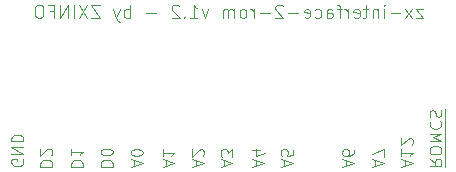
<source format=gbr>
%TF.GenerationSoftware,KiCad,Pcbnew,8.0.2*%
%TF.CreationDate,2024-05-18T22:44:16+02:00*%
%TF.ProjectId,zx-interface-2-rom,7a782d69-6e74-4657-9266-6163652d322d,rev?*%
%TF.SameCoordinates,Original*%
%TF.FileFunction,Legend,Bot*%
%TF.FilePolarity,Positive*%
%FSLAX46Y46*%
G04 Gerber Fmt 4.6, Leading zero omitted, Abs format (unit mm)*
G04 Created by KiCad (PCBNEW 8.0.2) date 2024-05-18 22:44:16*
%MOMM*%
%LPD*%
G01*
G04 APERTURE LIST*
%ADD10C,0.100000*%
G04 APERTURE END LIST*
D10*
X120187068Y-72946847D02*
X119610877Y-72946847D01*
X119610877Y-72946847D02*
X120187068Y-73680180D01*
X120187068Y-73680180D02*
X119610877Y-73680180D01*
X119296592Y-73680180D02*
X118720401Y-72946847D01*
X119296592Y-72946847D02*
X118720401Y-73680180D01*
X118301354Y-73261133D02*
X117463259Y-73261133D01*
X116939449Y-73680180D02*
X116939449Y-72946847D01*
X116939449Y-72580180D02*
X116991830Y-72632561D01*
X116991830Y-72632561D02*
X116939449Y-72684942D01*
X116939449Y-72684942D02*
X116887068Y-72632561D01*
X116887068Y-72632561D02*
X116939449Y-72580180D01*
X116939449Y-72580180D02*
X116939449Y-72684942D01*
X116415639Y-72946847D02*
X116415639Y-73680180D01*
X116415639Y-73051609D02*
X116363258Y-72999228D01*
X116363258Y-72999228D02*
X116258496Y-72946847D01*
X116258496Y-72946847D02*
X116101353Y-72946847D01*
X116101353Y-72946847D02*
X115996591Y-72999228D01*
X115996591Y-72999228D02*
X115944210Y-73103990D01*
X115944210Y-73103990D02*
X115944210Y-73680180D01*
X115577544Y-72946847D02*
X115158496Y-72946847D01*
X115420401Y-72580180D02*
X115420401Y-73523038D01*
X115420401Y-73523038D02*
X115368020Y-73627800D01*
X115368020Y-73627800D02*
X115263258Y-73680180D01*
X115263258Y-73680180D02*
X115158496Y-73680180D01*
X114372782Y-73627800D02*
X114477544Y-73680180D01*
X114477544Y-73680180D02*
X114687068Y-73680180D01*
X114687068Y-73680180D02*
X114791830Y-73627800D01*
X114791830Y-73627800D02*
X114844211Y-73523038D01*
X114844211Y-73523038D02*
X114844211Y-73103990D01*
X114844211Y-73103990D02*
X114791830Y-72999228D01*
X114791830Y-72999228D02*
X114687068Y-72946847D01*
X114687068Y-72946847D02*
X114477544Y-72946847D01*
X114477544Y-72946847D02*
X114372782Y-72999228D01*
X114372782Y-72999228D02*
X114320401Y-73103990D01*
X114320401Y-73103990D02*
X114320401Y-73208752D01*
X114320401Y-73208752D02*
X114844211Y-73313514D01*
X113848973Y-73680180D02*
X113848973Y-72946847D01*
X113848973Y-73156371D02*
X113796592Y-73051609D01*
X113796592Y-73051609D02*
X113744211Y-72999228D01*
X113744211Y-72999228D02*
X113639449Y-72946847D01*
X113639449Y-72946847D02*
X113534687Y-72946847D01*
X113325164Y-72946847D02*
X112906116Y-72946847D01*
X113168021Y-73680180D02*
X113168021Y-72737323D01*
X113168021Y-72737323D02*
X113115640Y-72632561D01*
X113115640Y-72632561D02*
X113010878Y-72580180D01*
X113010878Y-72580180D02*
X112906116Y-72580180D01*
X112068021Y-73680180D02*
X112068021Y-73103990D01*
X112068021Y-73103990D02*
X112120402Y-72999228D01*
X112120402Y-72999228D02*
X112225164Y-72946847D01*
X112225164Y-72946847D02*
X112434688Y-72946847D01*
X112434688Y-72946847D02*
X112539450Y-72999228D01*
X112068021Y-73627800D02*
X112172783Y-73680180D01*
X112172783Y-73680180D02*
X112434688Y-73680180D01*
X112434688Y-73680180D02*
X112539450Y-73627800D01*
X112539450Y-73627800D02*
X112591831Y-73523038D01*
X112591831Y-73523038D02*
X112591831Y-73418276D01*
X112591831Y-73418276D02*
X112539450Y-73313514D01*
X112539450Y-73313514D02*
X112434688Y-73261133D01*
X112434688Y-73261133D02*
X112172783Y-73261133D01*
X112172783Y-73261133D02*
X112068021Y-73208752D01*
X111072783Y-73627800D02*
X111177545Y-73680180D01*
X111177545Y-73680180D02*
X111387069Y-73680180D01*
X111387069Y-73680180D02*
X111491831Y-73627800D01*
X111491831Y-73627800D02*
X111544212Y-73575419D01*
X111544212Y-73575419D02*
X111596593Y-73470657D01*
X111596593Y-73470657D02*
X111596593Y-73156371D01*
X111596593Y-73156371D02*
X111544212Y-73051609D01*
X111544212Y-73051609D02*
X111491831Y-72999228D01*
X111491831Y-72999228D02*
X111387069Y-72946847D01*
X111387069Y-72946847D02*
X111177545Y-72946847D01*
X111177545Y-72946847D02*
X111072783Y-72999228D01*
X110182307Y-73627800D02*
X110287069Y-73680180D01*
X110287069Y-73680180D02*
X110496593Y-73680180D01*
X110496593Y-73680180D02*
X110601355Y-73627800D01*
X110601355Y-73627800D02*
X110653736Y-73523038D01*
X110653736Y-73523038D02*
X110653736Y-73103990D01*
X110653736Y-73103990D02*
X110601355Y-72999228D01*
X110601355Y-72999228D02*
X110496593Y-72946847D01*
X110496593Y-72946847D02*
X110287069Y-72946847D01*
X110287069Y-72946847D02*
X110182307Y-72999228D01*
X110182307Y-72999228D02*
X110129926Y-73103990D01*
X110129926Y-73103990D02*
X110129926Y-73208752D01*
X110129926Y-73208752D02*
X110653736Y-73313514D01*
X109658498Y-73261133D02*
X108820403Y-73261133D01*
X108348974Y-72684942D02*
X108296593Y-72632561D01*
X108296593Y-72632561D02*
X108191831Y-72580180D01*
X108191831Y-72580180D02*
X107929926Y-72580180D01*
X107929926Y-72580180D02*
X107825164Y-72632561D01*
X107825164Y-72632561D02*
X107772783Y-72684942D01*
X107772783Y-72684942D02*
X107720402Y-72789704D01*
X107720402Y-72789704D02*
X107720402Y-72894466D01*
X107720402Y-72894466D02*
X107772783Y-73051609D01*
X107772783Y-73051609D02*
X108401355Y-73680180D01*
X108401355Y-73680180D02*
X107720402Y-73680180D01*
X107248974Y-73261133D02*
X106410879Y-73261133D01*
X105887069Y-73680180D02*
X105887069Y-72946847D01*
X105887069Y-73156371D02*
X105834688Y-73051609D01*
X105834688Y-73051609D02*
X105782307Y-72999228D01*
X105782307Y-72999228D02*
X105677545Y-72946847D01*
X105677545Y-72946847D02*
X105572783Y-72946847D01*
X105048974Y-73680180D02*
X105153736Y-73627800D01*
X105153736Y-73627800D02*
X105206117Y-73575419D01*
X105206117Y-73575419D02*
X105258498Y-73470657D01*
X105258498Y-73470657D02*
X105258498Y-73156371D01*
X105258498Y-73156371D02*
X105206117Y-73051609D01*
X105206117Y-73051609D02*
X105153736Y-72999228D01*
X105153736Y-72999228D02*
X105048974Y-72946847D01*
X105048974Y-72946847D02*
X104891831Y-72946847D01*
X104891831Y-72946847D02*
X104787069Y-72999228D01*
X104787069Y-72999228D02*
X104734688Y-73051609D01*
X104734688Y-73051609D02*
X104682307Y-73156371D01*
X104682307Y-73156371D02*
X104682307Y-73470657D01*
X104682307Y-73470657D02*
X104734688Y-73575419D01*
X104734688Y-73575419D02*
X104787069Y-73627800D01*
X104787069Y-73627800D02*
X104891831Y-73680180D01*
X104891831Y-73680180D02*
X105048974Y-73680180D01*
X104210879Y-73680180D02*
X104210879Y-72946847D01*
X104210879Y-73051609D02*
X104158498Y-72999228D01*
X104158498Y-72999228D02*
X104053736Y-72946847D01*
X104053736Y-72946847D02*
X103896593Y-72946847D01*
X103896593Y-72946847D02*
X103791831Y-72999228D01*
X103791831Y-72999228D02*
X103739450Y-73103990D01*
X103739450Y-73103990D02*
X103739450Y-73680180D01*
X103739450Y-73103990D02*
X103687069Y-72999228D01*
X103687069Y-72999228D02*
X103582307Y-72946847D01*
X103582307Y-72946847D02*
X103425164Y-72946847D01*
X103425164Y-72946847D02*
X103320403Y-72999228D01*
X103320403Y-72999228D02*
X103268022Y-73103990D01*
X103268022Y-73103990D02*
X103268022Y-73680180D01*
X102010879Y-72946847D02*
X101748974Y-73680180D01*
X101748974Y-73680180D02*
X101487069Y-72946847D01*
X100491831Y-73680180D02*
X101120403Y-73680180D01*
X100806117Y-73680180D02*
X100806117Y-72580180D01*
X100806117Y-72580180D02*
X100910879Y-72737323D01*
X100910879Y-72737323D02*
X101015641Y-72842085D01*
X101015641Y-72842085D02*
X101120403Y-72894466D01*
X100020403Y-73575419D02*
X99968022Y-73627800D01*
X99968022Y-73627800D02*
X100020403Y-73680180D01*
X100020403Y-73680180D02*
X100072784Y-73627800D01*
X100072784Y-73627800D02*
X100020403Y-73575419D01*
X100020403Y-73575419D02*
X100020403Y-73680180D01*
X99548974Y-72684942D02*
X99496593Y-72632561D01*
X99496593Y-72632561D02*
X99391831Y-72580180D01*
X99391831Y-72580180D02*
X99129926Y-72580180D01*
X99129926Y-72580180D02*
X99025164Y-72632561D01*
X99025164Y-72632561D02*
X98972783Y-72684942D01*
X98972783Y-72684942D02*
X98920402Y-72789704D01*
X98920402Y-72789704D02*
X98920402Y-72894466D01*
X98920402Y-72894466D02*
X98972783Y-73051609D01*
X98972783Y-73051609D02*
X99601355Y-73680180D01*
X99601355Y-73680180D02*
X98920402Y-73680180D01*
X97610879Y-73261133D02*
X96772784Y-73261133D01*
X95410879Y-73680180D02*
X95410879Y-72580180D01*
X95410879Y-72999228D02*
X95306117Y-72946847D01*
X95306117Y-72946847D02*
X95096593Y-72946847D01*
X95096593Y-72946847D02*
X94991831Y-72999228D01*
X94991831Y-72999228D02*
X94939450Y-73051609D01*
X94939450Y-73051609D02*
X94887069Y-73156371D01*
X94887069Y-73156371D02*
X94887069Y-73470657D01*
X94887069Y-73470657D02*
X94939450Y-73575419D01*
X94939450Y-73575419D02*
X94991831Y-73627800D01*
X94991831Y-73627800D02*
X95096593Y-73680180D01*
X95096593Y-73680180D02*
X95306117Y-73680180D01*
X95306117Y-73680180D02*
X95410879Y-73627800D01*
X94520403Y-72946847D02*
X94258498Y-73680180D01*
X93996593Y-72946847D02*
X94258498Y-73680180D01*
X94258498Y-73680180D02*
X94363260Y-73942085D01*
X94363260Y-73942085D02*
X94415641Y-73994466D01*
X94415641Y-73994466D02*
X94520403Y-74046847D01*
X92844213Y-72580180D02*
X92110879Y-72580180D01*
X92110879Y-72580180D02*
X92844213Y-73680180D01*
X92844213Y-73680180D02*
X92110879Y-73680180D01*
X91796594Y-72580180D02*
X91063260Y-73680180D01*
X91063260Y-72580180D02*
X91796594Y-73680180D01*
X90644213Y-73680180D02*
X90644213Y-72580180D01*
X90120403Y-73680180D02*
X90120403Y-72580180D01*
X90120403Y-72580180D02*
X89491831Y-73680180D01*
X89491831Y-73680180D02*
X89491831Y-72580180D01*
X88601355Y-73103990D02*
X88968022Y-73103990D01*
X88968022Y-73680180D02*
X88968022Y-72580180D01*
X88968022Y-72580180D02*
X88444212Y-72580180D01*
X87815641Y-72580180D02*
X87606117Y-72580180D01*
X87606117Y-72580180D02*
X87501355Y-72632561D01*
X87501355Y-72632561D02*
X87396593Y-72737323D01*
X87396593Y-72737323D02*
X87344212Y-72946847D01*
X87344212Y-72946847D02*
X87344212Y-73313514D01*
X87344212Y-73313514D02*
X87396593Y-73523038D01*
X87396593Y-73523038D02*
X87501355Y-73627800D01*
X87501355Y-73627800D02*
X87606117Y-73680180D01*
X87606117Y-73680180D02*
X87815641Y-73680180D01*
X87815641Y-73680180D02*
X87920403Y-73627800D01*
X87920403Y-73627800D02*
X88025165Y-73523038D01*
X88025165Y-73523038D02*
X88077546Y-73313514D01*
X88077546Y-73313514D02*
X88077546Y-72946847D01*
X88077546Y-72946847D02*
X88025165Y-72737323D01*
X88025165Y-72737323D02*
X87920403Y-72632561D01*
X87920403Y-72632561D02*
X87815641Y-72580180D01*
X118655295Y-86247734D02*
X118655295Y-85771544D01*
X118369580Y-86342972D02*
X119369580Y-86009639D01*
X119369580Y-86009639D02*
X118369580Y-85676306D01*
X118369580Y-84819163D02*
X118369580Y-85390591D01*
X118369580Y-85104877D02*
X119369580Y-85104877D01*
X119369580Y-85104877D02*
X119226723Y-85200115D01*
X119226723Y-85200115D02*
X119131485Y-85295353D01*
X119131485Y-85295353D02*
X119083866Y-85390591D01*
X119274342Y-84438210D02*
X119321961Y-84390591D01*
X119321961Y-84390591D02*
X119369580Y-84295353D01*
X119369580Y-84295353D02*
X119369580Y-84057258D01*
X119369580Y-84057258D02*
X119321961Y-83962020D01*
X119321961Y-83962020D02*
X119274342Y-83914401D01*
X119274342Y-83914401D02*
X119179104Y-83866782D01*
X119179104Y-83866782D02*
X119083866Y-83866782D01*
X119083866Y-83866782D02*
X118941009Y-83914401D01*
X118941009Y-83914401D02*
X118369580Y-84485829D01*
X118369580Y-84485829D02*
X118369580Y-83866782D01*
X86321961Y-85676306D02*
X86369580Y-85771544D01*
X86369580Y-85771544D02*
X86369580Y-85914401D01*
X86369580Y-85914401D02*
X86321961Y-86057258D01*
X86321961Y-86057258D02*
X86226723Y-86152496D01*
X86226723Y-86152496D02*
X86131485Y-86200115D01*
X86131485Y-86200115D02*
X85941009Y-86247734D01*
X85941009Y-86247734D02*
X85798152Y-86247734D01*
X85798152Y-86247734D02*
X85607676Y-86200115D01*
X85607676Y-86200115D02*
X85512438Y-86152496D01*
X85512438Y-86152496D02*
X85417200Y-86057258D01*
X85417200Y-86057258D02*
X85369580Y-85914401D01*
X85369580Y-85914401D02*
X85369580Y-85819163D01*
X85369580Y-85819163D02*
X85417200Y-85676306D01*
X85417200Y-85676306D02*
X85464819Y-85628687D01*
X85464819Y-85628687D02*
X85798152Y-85628687D01*
X85798152Y-85628687D02*
X85798152Y-85819163D01*
X85369580Y-85200115D02*
X86369580Y-85200115D01*
X86369580Y-85200115D02*
X85369580Y-84628687D01*
X85369580Y-84628687D02*
X86369580Y-84628687D01*
X85369580Y-84152496D02*
X86369580Y-84152496D01*
X86369580Y-84152496D02*
X86369580Y-83914401D01*
X86369580Y-83914401D02*
X86321961Y-83771544D01*
X86321961Y-83771544D02*
X86226723Y-83676306D01*
X86226723Y-83676306D02*
X86131485Y-83628687D01*
X86131485Y-83628687D02*
X85941009Y-83581068D01*
X85941009Y-83581068D02*
X85798152Y-83581068D01*
X85798152Y-83581068D02*
X85607676Y-83628687D01*
X85607676Y-83628687D02*
X85512438Y-83676306D01*
X85512438Y-83676306D02*
X85417200Y-83771544D01*
X85417200Y-83771544D02*
X85369580Y-83914401D01*
X85369580Y-83914401D02*
X85369580Y-84152496D01*
X98455295Y-86247734D02*
X98455295Y-85771544D01*
X98169580Y-86342972D02*
X99169580Y-86009639D01*
X99169580Y-86009639D02*
X98169580Y-85676306D01*
X98169580Y-84819163D02*
X98169580Y-85390591D01*
X98169580Y-85104877D02*
X99169580Y-85104877D01*
X99169580Y-85104877D02*
X99026723Y-85200115D01*
X99026723Y-85200115D02*
X98931485Y-85295353D01*
X98931485Y-85295353D02*
X98883866Y-85390591D01*
X108455295Y-86247734D02*
X108455295Y-85771544D01*
X108169580Y-86342972D02*
X109169580Y-86009639D01*
X109169580Y-86009639D02*
X108169580Y-85676306D01*
X109169580Y-84866782D02*
X109169580Y-85342972D01*
X109169580Y-85342972D02*
X108693390Y-85390591D01*
X108693390Y-85390591D02*
X108741009Y-85342972D01*
X108741009Y-85342972D02*
X108788628Y-85247734D01*
X108788628Y-85247734D02*
X108788628Y-85009639D01*
X108788628Y-85009639D02*
X108741009Y-84914401D01*
X108741009Y-84914401D02*
X108693390Y-84866782D01*
X108693390Y-84866782D02*
X108598152Y-84819163D01*
X108598152Y-84819163D02*
X108360057Y-84819163D01*
X108360057Y-84819163D02*
X108264819Y-84866782D01*
X108264819Y-84866782D02*
X108217200Y-84914401D01*
X108217200Y-84914401D02*
X108169580Y-85009639D01*
X108169580Y-85009639D02*
X108169580Y-85247734D01*
X108169580Y-85247734D02*
X108217200Y-85342972D01*
X108217200Y-85342972D02*
X108264819Y-85390591D01*
X116155295Y-86247734D02*
X116155295Y-85771544D01*
X115869580Y-86342972D02*
X116869580Y-86009639D01*
X116869580Y-86009639D02*
X115869580Y-85676306D01*
X116869580Y-85438210D02*
X116869580Y-84771544D01*
X116869580Y-84771544D02*
X115869580Y-85200115D01*
X90427580Y-86276115D02*
X91427580Y-86276115D01*
X91427580Y-86276115D02*
X91427580Y-86038020D01*
X91427580Y-86038020D02*
X91379961Y-85895163D01*
X91379961Y-85895163D02*
X91284723Y-85799925D01*
X91284723Y-85799925D02*
X91189485Y-85752306D01*
X91189485Y-85752306D02*
X90999009Y-85704687D01*
X90999009Y-85704687D02*
X90856152Y-85704687D01*
X90856152Y-85704687D02*
X90665676Y-85752306D01*
X90665676Y-85752306D02*
X90570438Y-85799925D01*
X90570438Y-85799925D02*
X90475200Y-85895163D01*
X90475200Y-85895163D02*
X90427580Y-86038020D01*
X90427580Y-86038020D02*
X90427580Y-86276115D01*
X90427580Y-84752306D02*
X90427580Y-85323734D01*
X90427580Y-85038020D02*
X91427580Y-85038020D01*
X91427580Y-85038020D02*
X91284723Y-85133258D01*
X91284723Y-85133258D02*
X91189485Y-85228496D01*
X91189485Y-85228496D02*
X91141866Y-85323734D01*
X120769580Y-85628687D02*
X121245771Y-85962020D01*
X120769580Y-86200115D02*
X121769580Y-86200115D01*
X121769580Y-86200115D02*
X121769580Y-85819163D01*
X121769580Y-85819163D02*
X121721961Y-85723925D01*
X121721961Y-85723925D02*
X121674342Y-85676306D01*
X121674342Y-85676306D02*
X121579104Y-85628687D01*
X121579104Y-85628687D02*
X121436247Y-85628687D01*
X121436247Y-85628687D02*
X121341009Y-85676306D01*
X121341009Y-85676306D02*
X121293390Y-85723925D01*
X121293390Y-85723925D02*
X121245771Y-85819163D01*
X121245771Y-85819163D02*
X121245771Y-86200115D01*
X121769580Y-85009639D02*
X121769580Y-84819163D01*
X121769580Y-84819163D02*
X121721961Y-84723925D01*
X121721961Y-84723925D02*
X121626723Y-84628687D01*
X121626723Y-84628687D02*
X121436247Y-84581068D01*
X121436247Y-84581068D02*
X121102914Y-84581068D01*
X121102914Y-84581068D02*
X120912438Y-84628687D01*
X120912438Y-84628687D02*
X120817200Y-84723925D01*
X120817200Y-84723925D02*
X120769580Y-84819163D01*
X120769580Y-84819163D02*
X120769580Y-85009639D01*
X120769580Y-85009639D02*
X120817200Y-85104877D01*
X120817200Y-85104877D02*
X120912438Y-85200115D01*
X120912438Y-85200115D02*
X121102914Y-85247734D01*
X121102914Y-85247734D02*
X121436247Y-85247734D01*
X121436247Y-85247734D02*
X121626723Y-85200115D01*
X121626723Y-85200115D02*
X121721961Y-85104877D01*
X121721961Y-85104877D02*
X121769580Y-85009639D01*
X120769580Y-84152496D02*
X121769580Y-84152496D01*
X121769580Y-84152496D02*
X121055295Y-83819163D01*
X121055295Y-83819163D02*
X121769580Y-83485830D01*
X121769580Y-83485830D02*
X120769580Y-83485830D01*
X120864819Y-82438211D02*
X120817200Y-82485830D01*
X120817200Y-82485830D02*
X120769580Y-82628687D01*
X120769580Y-82628687D02*
X120769580Y-82723925D01*
X120769580Y-82723925D02*
X120817200Y-82866782D01*
X120817200Y-82866782D02*
X120912438Y-82962020D01*
X120912438Y-82962020D02*
X121007676Y-83009639D01*
X121007676Y-83009639D02*
X121198152Y-83057258D01*
X121198152Y-83057258D02*
X121341009Y-83057258D01*
X121341009Y-83057258D02*
X121531485Y-83009639D01*
X121531485Y-83009639D02*
X121626723Y-82962020D01*
X121626723Y-82962020D02*
X121721961Y-82866782D01*
X121721961Y-82866782D02*
X121769580Y-82723925D01*
X121769580Y-82723925D02*
X121769580Y-82628687D01*
X121769580Y-82628687D02*
X121721961Y-82485830D01*
X121721961Y-82485830D02*
X121674342Y-82438211D01*
X120817200Y-82057258D02*
X120769580Y-81914401D01*
X120769580Y-81914401D02*
X120769580Y-81676306D01*
X120769580Y-81676306D02*
X120817200Y-81581068D01*
X120817200Y-81581068D02*
X120864819Y-81533449D01*
X120864819Y-81533449D02*
X120960057Y-81485830D01*
X120960057Y-81485830D02*
X121055295Y-81485830D01*
X121055295Y-81485830D02*
X121150533Y-81533449D01*
X121150533Y-81533449D02*
X121198152Y-81581068D01*
X121198152Y-81581068D02*
X121245771Y-81676306D01*
X121245771Y-81676306D02*
X121293390Y-81866782D01*
X121293390Y-81866782D02*
X121341009Y-81962020D01*
X121341009Y-81962020D02*
X121388628Y-82009639D01*
X121388628Y-82009639D02*
X121483866Y-82057258D01*
X121483866Y-82057258D02*
X121579104Y-82057258D01*
X121579104Y-82057258D02*
X121674342Y-82009639D01*
X121674342Y-82009639D02*
X121721961Y-81962020D01*
X121721961Y-81962020D02*
X121769580Y-81866782D01*
X121769580Y-81866782D02*
X121769580Y-81628687D01*
X121769580Y-81628687D02*
X121721961Y-81485830D01*
X122047200Y-86338211D02*
X122047200Y-81395354D01*
X92927580Y-86276115D02*
X93927580Y-86276115D01*
X93927580Y-86276115D02*
X93927580Y-86038020D01*
X93927580Y-86038020D02*
X93879961Y-85895163D01*
X93879961Y-85895163D02*
X93784723Y-85799925D01*
X93784723Y-85799925D02*
X93689485Y-85752306D01*
X93689485Y-85752306D02*
X93499009Y-85704687D01*
X93499009Y-85704687D02*
X93356152Y-85704687D01*
X93356152Y-85704687D02*
X93165676Y-85752306D01*
X93165676Y-85752306D02*
X93070438Y-85799925D01*
X93070438Y-85799925D02*
X92975200Y-85895163D01*
X92975200Y-85895163D02*
X92927580Y-86038020D01*
X92927580Y-86038020D02*
X92927580Y-86276115D01*
X93927580Y-85085639D02*
X93927580Y-84990401D01*
X93927580Y-84990401D02*
X93879961Y-84895163D01*
X93879961Y-84895163D02*
X93832342Y-84847544D01*
X93832342Y-84847544D02*
X93737104Y-84799925D01*
X93737104Y-84799925D02*
X93546628Y-84752306D01*
X93546628Y-84752306D02*
X93308533Y-84752306D01*
X93308533Y-84752306D02*
X93118057Y-84799925D01*
X93118057Y-84799925D02*
X93022819Y-84847544D01*
X93022819Y-84847544D02*
X92975200Y-84895163D01*
X92975200Y-84895163D02*
X92927580Y-84990401D01*
X92927580Y-84990401D02*
X92927580Y-85085639D01*
X92927580Y-85085639D02*
X92975200Y-85180877D01*
X92975200Y-85180877D02*
X93022819Y-85228496D01*
X93022819Y-85228496D02*
X93118057Y-85276115D01*
X93118057Y-85276115D02*
X93308533Y-85323734D01*
X93308533Y-85323734D02*
X93546628Y-85323734D01*
X93546628Y-85323734D02*
X93737104Y-85276115D01*
X93737104Y-85276115D02*
X93832342Y-85228496D01*
X93832342Y-85228496D02*
X93879961Y-85180877D01*
X93879961Y-85180877D02*
X93927580Y-85085639D01*
X100955295Y-86247734D02*
X100955295Y-85771544D01*
X100669580Y-86342972D02*
X101669580Y-86009639D01*
X101669580Y-86009639D02*
X100669580Y-85676306D01*
X101574342Y-85390591D02*
X101621961Y-85342972D01*
X101621961Y-85342972D02*
X101669580Y-85247734D01*
X101669580Y-85247734D02*
X101669580Y-85009639D01*
X101669580Y-85009639D02*
X101621961Y-84914401D01*
X101621961Y-84914401D02*
X101574342Y-84866782D01*
X101574342Y-84866782D02*
X101479104Y-84819163D01*
X101479104Y-84819163D02*
X101383866Y-84819163D01*
X101383866Y-84819163D02*
X101241009Y-84866782D01*
X101241009Y-84866782D02*
X100669580Y-85438210D01*
X100669580Y-85438210D02*
X100669580Y-84819163D01*
X106055295Y-86247734D02*
X106055295Y-85771544D01*
X105769580Y-86342972D02*
X106769580Y-86009639D01*
X106769580Y-86009639D02*
X105769580Y-85676306D01*
X106436247Y-84914401D02*
X105769580Y-84914401D01*
X106817200Y-85152496D02*
X106102914Y-85390591D01*
X106102914Y-85390591D02*
X106102914Y-84771544D01*
X95755295Y-86247734D02*
X95755295Y-85771544D01*
X95469580Y-86342972D02*
X96469580Y-86009639D01*
X96469580Y-86009639D02*
X95469580Y-85676306D01*
X96469580Y-85152496D02*
X96469580Y-85057258D01*
X96469580Y-85057258D02*
X96421961Y-84962020D01*
X96421961Y-84962020D02*
X96374342Y-84914401D01*
X96374342Y-84914401D02*
X96279104Y-84866782D01*
X96279104Y-84866782D02*
X96088628Y-84819163D01*
X96088628Y-84819163D02*
X95850533Y-84819163D01*
X95850533Y-84819163D02*
X95660057Y-84866782D01*
X95660057Y-84866782D02*
X95564819Y-84914401D01*
X95564819Y-84914401D02*
X95517200Y-84962020D01*
X95517200Y-84962020D02*
X95469580Y-85057258D01*
X95469580Y-85057258D02*
X95469580Y-85152496D01*
X95469580Y-85152496D02*
X95517200Y-85247734D01*
X95517200Y-85247734D02*
X95564819Y-85295353D01*
X95564819Y-85295353D02*
X95660057Y-85342972D01*
X95660057Y-85342972D02*
X95850533Y-85390591D01*
X95850533Y-85390591D02*
X96088628Y-85390591D01*
X96088628Y-85390591D02*
X96279104Y-85342972D01*
X96279104Y-85342972D02*
X96374342Y-85295353D01*
X96374342Y-85295353D02*
X96421961Y-85247734D01*
X96421961Y-85247734D02*
X96469580Y-85152496D01*
X113655295Y-86247734D02*
X113655295Y-85771544D01*
X113369580Y-86342972D02*
X114369580Y-86009639D01*
X114369580Y-86009639D02*
X113369580Y-85676306D01*
X114369580Y-84914401D02*
X114369580Y-85104877D01*
X114369580Y-85104877D02*
X114321961Y-85200115D01*
X114321961Y-85200115D02*
X114274342Y-85247734D01*
X114274342Y-85247734D02*
X114131485Y-85342972D01*
X114131485Y-85342972D02*
X113941009Y-85390591D01*
X113941009Y-85390591D02*
X113560057Y-85390591D01*
X113560057Y-85390591D02*
X113464819Y-85342972D01*
X113464819Y-85342972D02*
X113417200Y-85295353D01*
X113417200Y-85295353D02*
X113369580Y-85200115D01*
X113369580Y-85200115D02*
X113369580Y-85009639D01*
X113369580Y-85009639D02*
X113417200Y-84914401D01*
X113417200Y-84914401D02*
X113464819Y-84866782D01*
X113464819Y-84866782D02*
X113560057Y-84819163D01*
X113560057Y-84819163D02*
X113798152Y-84819163D01*
X113798152Y-84819163D02*
X113893390Y-84866782D01*
X113893390Y-84866782D02*
X113941009Y-84914401D01*
X113941009Y-84914401D02*
X113988628Y-85009639D01*
X113988628Y-85009639D02*
X113988628Y-85200115D01*
X113988628Y-85200115D02*
X113941009Y-85295353D01*
X113941009Y-85295353D02*
X113893390Y-85342972D01*
X113893390Y-85342972D02*
X113798152Y-85390591D01*
X103355295Y-86247734D02*
X103355295Y-85771544D01*
X103069580Y-86342972D02*
X104069580Y-86009639D01*
X104069580Y-86009639D02*
X103069580Y-85676306D01*
X104069580Y-85438210D02*
X104069580Y-84819163D01*
X104069580Y-84819163D02*
X103688628Y-85152496D01*
X103688628Y-85152496D02*
X103688628Y-85009639D01*
X103688628Y-85009639D02*
X103641009Y-84914401D01*
X103641009Y-84914401D02*
X103593390Y-84866782D01*
X103593390Y-84866782D02*
X103498152Y-84819163D01*
X103498152Y-84819163D02*
X103260057Y-84819163D01*
X103260057Y-84819163D02*
X103164819Y-84866782D01*
X103164819Y-84866782D02*
X103117200Y-84914401D01*
X103117200Y-84914401D02*
X103069580Y-85009639D01*
X103069580Y-85009639D02*
X103069580Y-85295353D01*
X103069580Y-85295353D02*
X103117200Y-85390591D01*
X103117200Y-85390591D02*
X103164819Y-85438210D01*
X87827580Y-86276115D02*
X88827580Y-86276115D01*
X88827580Y-86276115D02*
X88827580Y-86038020D01*
X88827580Y-86038020D02*
X88779961Y-85895163D01*
X88779961Y-85895163D02*
X88684723Y-85799925D01*
X88684723Y-85799925D02*
X88589485Y-85752306D01*
X88589485Y-85752306D02*
X88399009Y-85704687D01*
X88399009Y-85704687D02*
X88256152Y-85704687D01*
X88256152Y-85704687D02*
X88065676Y-85752306D01*
X88065676Y-85752306D02*
X87970438Y-85799925D01*
X87970438Y-85799925D02*
X87875200Y-85895163D01*
X87875200Y-85895163D02*
X87827580Y-86038020D01*
X87827580Y-86038020D02*
X87827580Y-86276115D01*
X88732342Y-85323734D02*
X88779961Y-85276115D01*
X88779961Y-85276115D02*
X88827580Y-85180877D01*
X88827580Y-85180877D02*
X88827580Y-84942782D01*
X88827580Y-84942782D02*
X88779961Y-84847544D01*
X88779961Y-84847544D02*
X88732342Y-84799925D01*
X88732342Y-84799925D02*
X88637104Y-84752306D01*
X88637104Y-84752306D02*
X88541866Y-84752306D01*
X88541866Y-84752306D02*
X88399009Y-84799925D01*
X88399009Y-84799925D02*
X87827580Y-85371353D01*
X87827580Y-85371353D02*
X87827580Y-84752306D01*
M02*

</source>
